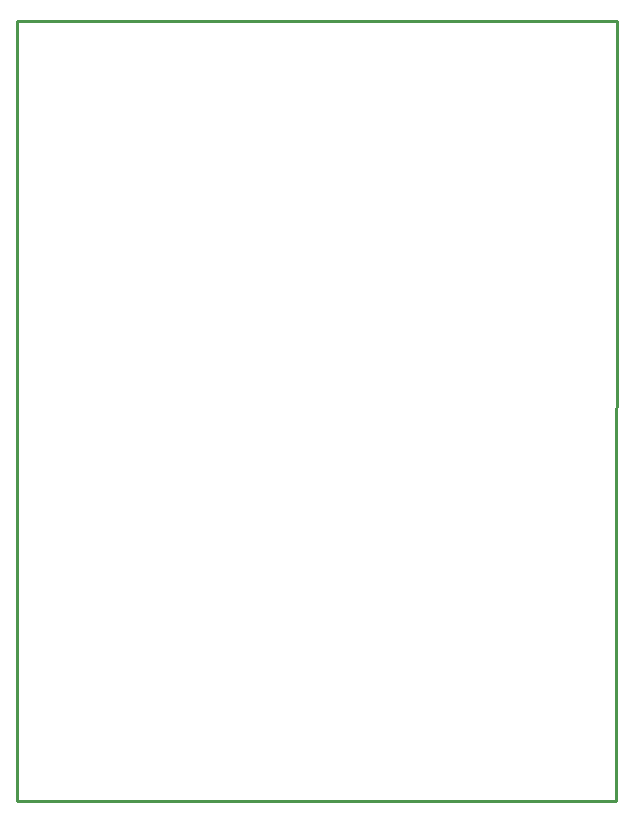
<source format=gbr>
G04 EAGLE Gerber RS-274X export*
G75*
%MOMM*%
%FSLAX34Y34*%
%LPD*%
%IN*%
%IPPOS*%
%AMOC8*
5,1,8,0,0,1.08239X$1,22.5*%
G01*
%ADD10C,0.254000*%


D10*
X0Y0D02*
X507800Y0D01*
X508054Y660402D01*
X0Y660402D01*
X0Y0D01*
M02*

</source>
